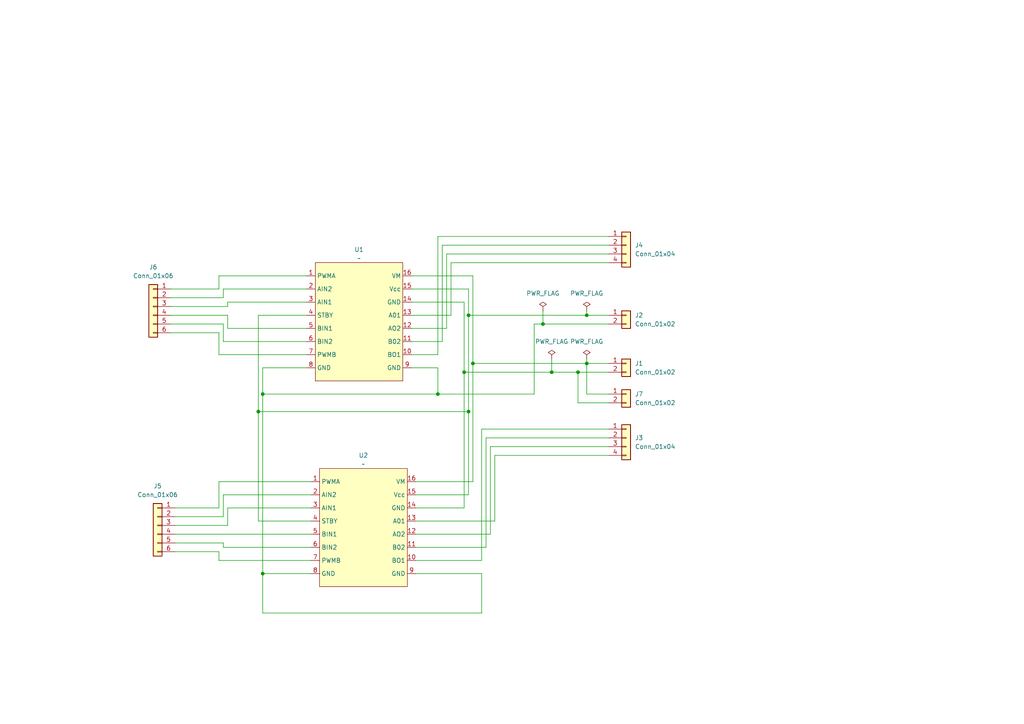
<source format=kicad_sch>
(kicad_sch
	(version 20231120)
	(generator "eeschema")
	(generator_version "8.0")
	(uuid "9092c0f2-2cfc-4d3d-be7c-b05b652bb938")
	(paper "A4")
	(lib_symbols
		(symbol "Connector_Generic:Conn_01x02"
			(pin_names
				(offset 1.016) hide)
			(exclude_from_sim no)
			(in_bom yes)
			(on_board yes)
			(property "Reference" "J"
				(at 0 2.54 0)
				(effects
					(font
						(size 1.27 1.27)
					)
				)
			)
			(property "Value" "Conn_01x02"
				(at 0 -5.08 0)
				(effects
					(font
						(size 1.27 1.27)
					)
				)
			)
			(property "Footprint" ""
				(at 0 0 0)
				(effects
					(font
						(size 1.27 1.27)
					)
					(hide yes)
				)
			)
			(property "Datasheet" "~"
				(at 0 0 0)
				(effects
					(font
						(size 1.27 1.27)
					)
					(hide yes)
				)
			)
			(property "Description" "Generic connector, single row, 01x02, script generated (kicad-library-utils/schlib/autogen/connector/)"
				(at 0 0 0)
				(effects
					(font
						(size 1.27 1.27)
					)
					(hide yes)
				)
			)
			(property "ki_keywords" "connector"
				(at 0 0 0)
				(effects
					(font
						(size 1.27 1.27)
					)
					(hide yes)
				)
			)
			(property "ki_fp_filters" "Connector*:*_1x??_*"
				(at 0 0 0)
				(effects
					(font
						(size 1.27 1.27)
					)
					(hide yes)
				)
			)
			(symbol "Conn_01x02_1_1"
				(rectangle
					(start -1.27 -2.413)
					(end 0 -2.667)
					(stroke
						(width 0.1524)
						(type default)
					)
					(fill
						(type none)
					)
				)
				(rectangle
					(start -1.27 0.127)
					(end 0 -0.127)
					(stroke
						(width 0.1524)
						(type default)
					)
					(fill
						(type none)
					)
				)
				(rectangle
					(start -1.27 1.27)
					(end 1.27 -3.81)
					(stroke
						(width 0.254)
						(type default)
					)
					(fill
						(type background)
					)
				)
				(pin passive line
					(at -5.08 0 0)
					(length 3.81)
					(name "Pin_1"
						(effects
							(font
								(size 1.27 1.27)
							)
						)
					)
					(number "1"
						(effects
							(font
								(size 1.27 1.27)
							)
						)
					)
				)
				(pin passive line
					(at -5.08 -2.54 0)
					(length 3.81)
					(name "Pin_2"
						(effects
							(font
								(size 1.27 1.27)
							)
						)
					)
					(number "2"
						(effects
							(font
								(size 1.27 1.27)
							)
						)
					)
				)
			)
		)
		(symbol "Connector_Generic:Conn_01x04"
			(pin_names
				(offset 1.016) hide)
			(exclude_from_sim no)
			(in_bom yes)
			(on_board yes)
			(property "Reference" "J"
				(at 0 5.08 0)
				(effects
					(font
						(size 1.27 1.27)
					)
				)
			)
			(property "Value" "Conn_01x04"
				(at 0 -7.62 0)
				(effects
					(font
						(size 1.27 1.27)
					)
				)
			)
			(property "Footprint" ""
				(at 0 0 0)
				(effects
					(font
						(size 1.27 1.27)
					)
					(hide yes)
				)
			)
			(property "Datasheet" "~"
				(at 0 0 0)
				(effects
					(font
						(size 1.27 1.27)
					)
					(hide yes)
				)
			)
			(property "Description" "Generic connector, single row, 01x04, script generated (kicad-library-utils/schlib/autogen/connector/)"
				(at 0 0 0)
				(effects
					(font
						(size 1.27 1.27)
					)
					(hide yes)
				)
			)
			(property "ki_keywords" "connector"
				(at 0 0 0)
				(effects
					(font
						(size 1.27 1.27)
					)
					(hide yes)
				)
			)
			(property "ki_fp_filters" "Connector*:*_1x??_*"
				(at 0 0 0)
				(effects
					(font
						(size 1.27 1.27)
					)
					(hide yes)
				)
			)
			(symbol "Conn_01x04_1_1"
				(rectangle
					(start -1.27 -4.953)
					(end 0 -5.207)
					(stroke
						(width 0.1524)
						(type default)
					)
					(fill
						(type none)
					)
				)
				(rectangle
					(start -1.27 -2.413)
					(end 0 -2.667)
					(stroke
						(width 0.1524)
						(type default)
					)
					(fill
						(type none)
					)
				)
				(rectangle
					(start -1.27 0.127)
					(end 0 -0.127)
					(stroke
						(width 0.1524)
						(type default)
					)
					(fill
						(type none)
					)
				)
				(rectangle
					(start -1.27 2.667)
					(end 0 2.413)
					(stroke
						(width 0.1524)
						(type default)
					)
					(fill
						(type none)
					)
				)
				(rectangle
					(start -1.27 3.81)
					(end 1.27 -6.35)
					(stroke
						(width 0.254)
						(type default)
					)
					(fill
						(type background)
					)
				)
				(pin passive line
					(at -5.08 2.54 0)
					(length 3.81)
					(name "Pin_1"
						(effects
							(font
								(size 1.27 1.27)
							)
						)
					)
					(number "1"
						(effects
							(font
								(size 1.27 1.27)
							)
						)
					)
				)
				(pin passive line
					(at -5.08 0 0)
					(length 3.81)
					(name "Pin_2"
						(effects
							(font
								(size 1.27 1.27)
							)
						)
					)
					(number "2"
						(effects
							(font
								(size 1.27 1.27)
							)
						)
					)
				)
				(pin passive line
					(at -5.08 -2.54 0)
					(length 3.81)
					(name "Pin_3"
						(effects
							(font
								(size 1.27 1.27)
							)
						)
					)
					(number "3"
						(effects
							(font
								(size 1.27 1.27)
							)
						)
					)
				)
				(pin passive line
					(at -5.08 -5.08 0)
					(length 3.81)
					(name "Pin_4"
						(effects
							(font
								(size 1.27 1.27)
							)
						)
					)
					(number "4"
						(effects
							(font
								(size 1.27 1.27)
							)
						)
					)
				)
			)
		)
		(symbol "Connector_Generic:Conn_01x06"
			(pin_names
				(offset 1.016) hide)
			(exclude_from_sim no)
			(in_bom yes)
			(on_board yes)
			(property "Reference" "J"
				(at 0 7.62 0)
				(effects
					(font
						(size 1.27 1.27)
					)
				)
			)
			(property "Value" "Conn_01x06"
				(at 0 -10.16 0)
				(effects
					(font
						(size 1.27 1.27)
					)
				)
			)
			(property "Footprint" ""
				(at 0 0 0)
				(effects
					(font
						(size 1.27 1.27)
					)
					(hide yes)
				)
			)
			(property "Datasheet" "~"
				(at 0 0 0)
				(effects
					(font
						(size 1.27 1.27)
					)
					(hide yes)
				)
			)
			(property "Description" "Generic connector, single row, 01x06, script generated (kicad-library-utils/schlib/autogen/connector/)"
				(at 0 0 0)
				(effects
					(font
						(size 1.27 1.27)
					)
					(hide yes)
				)
			)
			(property "ki_keywords" "connector"
				(at 0 0 0)
				(effects
					(font
						(size 1.27 1.27)
					)
					(hide yes)
				)
			)
			(property "ki_fp_filters" "Connector*:*_1x??_*"
				(at 0 0 0)
				(effects
					(font
						(size 1.27 1.27)
					)
					(hide yes)
				)
			)
			(symbol "Conn_01x06_1_1"
				(rectangle
					(start -1.27 -7.493)
					(end 0 -7.747)
					(stroke
						(width 0.1524)
						(type default)
					)
					(fill
						(type none)
					)
				)
				(rectangle
					(start -1.27 -4.953)
					(end 0 -5.207)
					(stroke
						(width 0.1524)
						(type default)
					)
					(fill
						(type none)
					)
				)
				(rectangle
					(start -1.27 -2.413)
					(end 0 -2.667)
					(stroke
						(width 0.1524)
						(type default)
					)
					(fill
						(type none)
					)
				)
				(rectangle
					(start -1.27 0.127)
					(end 0 -0.127)
					(stroke
						(width 0.1524)
						(type default)
					)
					(fill
						(type none)
					)
				)
				(rectangle
					(start -1.27 2.667)
					(end 0 2.413)
					(stroke
						(width 0.1524)
						(type default)
					)
					(fill
						(type none)
					)
				)
				(rectangle
					(start -1.27 5.207)
					(end 0 4.953)
					(stroke
						(width 0.1524)
						(type default)
					)
					(fill
						(type none)
					)
				)
				(rectangle
					(start -1.27 6.35)
					(end 1.27 -8.89)
					(stroke
						(width 0.254)
						(type default)
					)
					(fill
						(type background)
					)
				)
				(pin passive line
					(at -5.08 5.08 0)
					(length 3.81)
					(name "Pin_1"
						(effects
							(font
								(size 1.27 1.27)
							)
						)
					)
					(number "1"
						(effects
							(font
								(size 1.27 1.27)
							)
						)
					)
				)
				(pin passive line
					(at -5.08 2.54 0)
					(length 3.81)
					(name "Pin_2"
						(effects
							(font
								(size 1.27 1.27)
							)
						)
					)
					(number "2"
						(effects
							(font
								(size 1.27 1.27)
							)
						)
					)
				)
				(pin passive line
					(at -5.08 0 0)
					(length 3.81)
					(name "Pin_3"
						(effects
							(font
								(size 1.27 1.27)
							)
						)
					)
					(number "3"
						(effects
							(font
								(size 1.27 1.27)
							)
						)
					)
				)
				(pin passive line
					(at -5.08 -2.54 0)
					(length 3.81)
					(name "Pin_4"
						(effects
							(font
								(size 1.27 1.27)
							)
						)
					)
					(number "4"
						(effects
							(font
								(size 1.27 1.27)
							)
						)
					)
				)
				(pin passive line
					(at -5.08 -5.08 0)
					(length 3.81)
					(name "Pin_5"
						(effects
							(font
								(size 1.27 1.27)
							)
						)
					)
					(number "5"
						(effects
							(font
								(size 1.27 1.27)
							)
						)
					)
				)
				(pin passive line
					(at -5.08 -7.62 0)
					(length 3.81)
					(name "Pin_6"
						(effects
							(font
								(size 1.27 1.27)
							)
						)
					)
					(number "6"
						(effects
							(font
								(size 1.27 1.27)
							)
						)
					)
				)
			)
		)
		(symbol "motor driver:TB6612FNG_BD"
			(exclude_from_sim no)
			(in_bom yes)
			(on_board yes)
			(property "Reference" "U?"
				(at 12.7 1.27 0)
				(effects
					(font
						(size 1.27 1.27)
					)
				)
			)
			(property "Value" ""
				(at 0 0 0)
				(effects
					(font
						(size 1.27 1.27)
					)
				)
			)
			(property "Footprint" ""
				(at 0 0 0)
				(effects
					(font
						(size 1.27 1.27)
					)
					(hide yes)
				)
			)
			(property "Datasheet" ""
				(at 0 0 0)
				(effects
					(font
						(size 1.27 1.27)
					)
					(hide yes)
				)
			)
			(property "Description" ""
				(at 0 0 0)
				(effects
					(font
						(size 1.27 1.27)
					)
					(hide yes)
				)
			)
			(symbol "TB6612FNG_BD_1_1"
				(rectangle
					(start 0 0)
					(end 25.4 -34.29)
					(stroke
						(width 0)
						(type default)
					)
					(fill
						(type background)
					)
				)
				(pin input line
					(at -2.54 -3.81 0)
					(length 2.54)
					(name "PWMA"
						(effects
							(font
								(size 1.27 1.27)
							)
						)
					)
					(number "1"
						(effects
							(font
								(size 1.27 1.27)
							)
						)
					)
				)
				(pin output line
					(at 27.94 -26.67 180)
					(length 2.54)
					(name "BO1"
						(effects
							(font
								(size 1.27 1.27)
							)
						)
					)
					(number "10"
						(effects
							(font
								(size 1.27 1.27)
							)
						)
					)
				)
				(pin output line
					(at 27.94 -22.86 180)
					(length 2.54)
					(name "B02"
						(effects
							(font
								(size 1.27 1.27)
							)
						)
					)
					(number "11"
						(effects
							(font
								(size 1.27 1.27)
							)
						)
					)
				)
				(pin output line
					(at 27.94 -19.05 180)
					(length 2.54)
					(name "AO2"
						(effects
							(font
								(size 1.27 1.27)
							)
						)
					)
					(number "12"
						(effects
							(font
								(size 1.27 1.27)
							)
						)
					)
				)
				(pin output line
					(at 27.94 -15.24 180)
					(length 2.54)
					(name "A01"
						(effects
							(font
								(size 1.27 1.27)
							)
						)
					)
					(number "13"
						(effects
							(font
								(size 1.27 1.27)
							)
						)
					)
				)
				(pin power_in line
					(at 27.94 -11.43 180)
					(length 2.54)
					(name "GND"
						(effects
							(font
								(size 1.27 1.27)
							)
						)
					)
					(number "14"
						(effects
							(font
								(size 1.27 1.27)
							)
						)
					)
				)
				(pin power_in line
					(at 27.94 -7.62 180)
					(length 2.54)
					(name "Vcc"
						(effects
							(font
								(size 1.27 1.27)
							)
						)
					)
					(number "15"
						(effects
							(font
								(size 1.27 1.27)
							)
						)
					)
				)
				(pin power_in line
					(at 27.94 -3.81 180)
					(length 2.54)
					(name "VM"
						(effects
							(font
								(size 1.27 1.27)
							)
						)
					)
					(number "16"
						(effects
							(font
								(size 1.27 1.27)
							)
						)
					)
				)
				(pin input line
					(at -2.54 -7.62 0)
					(length 2.54)
					(name "AIN2"
						(effects
							(font
								(size 1.27 1.27)
							)
						)
					)
					(number "2"
						(effects
							(font
								(size 1.27 1.27)
							)
						)
					)
				)
				(pin input line
					(at -2.54 -11.43 0)
					(length 2.54)
					(name "AIN1"
						(effects
							(font
								(size 1.27 1.27)
							)
						)
					)
					(number "3"
						(effects
							(font
								(size 1.27 1.27)
							)
						)
					)
				)
				(pin input line
					(at -2.54 -15.24 0)
					(length 2.54)
					(name "STBY"
						(effects
							(font
								(size 1.27 1.27)
							)
						)
					)
					(number "4"
						(effects
							(font
								(size 1.27 1.27)
							)
						)
					)
				)
				(pin input line
					(at -2.54 -19.05 0)
					(length 2.54)
					(name "BIN1"
						(effects
							(font
								(size 1.27 1.27)
							)
						)
					)
					(number "5"
						(effects
							(font
								(size 1.27 1.27)
							)
						)
					)
				)
				(pin input line
					(at -2.54 -22.86 0)
					(length 2.54)
					(name "BIN2"
						(effects
							(font
								(size 1.27 1.27)
							)
						)
					)
					(number "6"
						(effects
							(font
								(size 1.27 1.27)
							)
						)
					)
				)
				(pin input line
					(at -2.54 -26.67 0)
					(length 2.54)
					(name "PWMB"
						(effects
							(font
								(size 1.27 1.27)
							)
						)
					)
					(number "7"
						(effects
							(font
								(size 1.27 1.27)
							)
						)
					)
				)
				(pin power_in line
					(at -2.54 -30.48 0)
					(length 2.54)
					(name "GND"
						(effects
							(font
								(size 1.27 1.27)
							)
						)
					)
					(number "8"
						(effects
							(font
								(size 1.27 1.27)
							)
						)
					)
				)
				(pin power_in line
					(at 27.94 -30.48 180)
					(length 2.54)
					(name "GND"
						(effects
							(font
								(size 1.27 1.27)
							)
						)
					)
					(number "9"
						(effects
							(font
								(size 1.27 1.27)
							)
						)
					)
				)
			)
		)
		(symbol "power:PWR_FLAG"
			(power)
			(pin_numbers hide)
			(pin_names
				(offset 0) hide)
			(exclude_from_sim no)
			(in_bom yes)
			(on_board yes)
			(property "Reference" "#FLG"
				(at 0 1.905 0)
				(effects
					(font
						(size 1.27 1.27)
					)
					(hide yes)
				)
			)
			(property "Value" "PWR_FLAG"
				(at 0 3.81 0)
				(effects
					(font
						(size 1.27 1.27)
					)
				)
			)
			(property "Footprint" ""
				(at 0 0 0)
				(effects
					(font
						(size 1.27 1.27)
					)
					(hide yes)
				)
			)
			(property "Datasheet" "~"
				(at 0 0 0)
				(effects
					(font
						(size 1.27 1.27)
					)
					(hide yes)
				)
			)
			(property "Description" "Special symbol for telling ERC where power comes from"
				(at 0 0 0)
				(effects
					(font
						(size 1.27 1.27)
					)
					(hide yes)
				)
			)
			(property "ki_keywords" "flag power"
				(at 0 0 0)
				(effects
					(font
						(size 1.27 1.27)
					)
					(hide yes)
				)
			)
			(symbol "PWR_FLAG_0_0"
				(pin power_out line
					(at 0 0 90)
					(length 0)
					(name "~"
						(effects
							(font
								(size 1.27 1.27)
							)
						)
					)
					(number "1"
						(effects
							(font
								(size 1.27 1.27)
							)
						)
					)
				)
			)
			(symbol "PWR_FLAG_0_1"
				(polyline
					(pts
						(xy 0 0) (xy 0 1.27) (xy -1.016 1.905) (xy 0 2.54) (xy 1.016 1.905) (xy 0 1.27)
					)
					(stroke
						(width 0)
						(type default)
					)
					(fill
						(type none)
					)
				)
			)
		)
	)
	(junction
		(at 76.2 114.3)
		(diameter 0)
		(color 0 0 0 0)
		(uuid "05901409-1e55-4fa4-9a6b-d29b2ba313cb")
	)
	(junction
		(at 74.93 119.38)
		(diameter 0)
		(color 0 0 0 0)
		(uuid "0938a322-4257-4fb0-bc70-102ef007216c")
	)
	(junction
		(at 170.18 91.44)
		(diameter 0)
		(color 0 0 0 0)
		(uuid "29752af8-430a-4409-86ca-328d15e5626b")
	)
	(junction
		(at 135.89 91.44)
		(diameter 0)
		(color 0 0 0 0)
		(uuid "77f2363e-d43a-4d0d-9998-d9eab29cff0f")
	)
	(junction
		(at 127 114.3)
		(diameter 0)
		(color 0 0 0 0)
		(uuid "8e24d9d0-8e10-4c6c-a251-7254c39fe5dd")
	)
	(junction
		(at 160.02 107.95)
		(diameter 0)
		(color 0 0 0 0)
		(uuid "adc0caea-4e6b-4a80-8afd-935b899279c8")
	)
	(junction
		(at 134.62 107.95)
		(diameter 0)
		(color 0 0 0 0)
		(uuid "bd9b61b4-532d-4bf5-b5c5-cec6192b43e8")
	)
	(junction
		(at 137.16 105.41)
		(diameter 0)
		(color 0 0 0 0)
		(uuid "d196568d-6072-413e-aa83-30410ee145df")
	)
	(junction
		(at 135.89 119.38)
		(diameter 0)
		(color 0 0 0 0)
		(uuid "d71f9ae2-43f5-4f56-97eb-d495c333a895")
	)
	(junction
		(at 170.18 105.41)
		(diameter 0)
		(color 0 0 0 0)
		(uuid "e0c4f437-32df-4f6e-a0fa-e1c274054bce")
	)
	(junction
		(at 76.2 166.37)
		(diameter 0)
		(color 0 0 0 0)
		(uuid "e834896a-47e1-440c-bb35-3ffbdf3a75b5")
	)
	(junction
		(at 157.48 93.98)
		(diameter 0)
		(color 0 0 0 0)
		(uuid "ed51c678-b618-4714-a5e0-24ed73505bef")
	)
	(junction
		(at 167.64 107.95)
		(diameter 0)
		(color 0 0 0 0)
		(uuid "f199b6de-e4f9-4292-8ee8-1c9e0ee22e6b")
	)
	(wire
		(pts
			(xy 63.5 80.01) (xy 63.5 83.82)
		)
		(stroke
			(width 0)
			(type default)
		)
		(uuid "00113bd2-f269-4c0d-bdcf-779104320a1f")
	)
	(wire
		(pts
			(xy 176.53 114.3) (xy 170.18 114.3)
		)
		(stroke
			(width 0)
			(type default)
		)
		(uuid "0014244a-266c-4666-8199-5f6db4df4d0a")
	)
	(wire
		(pts
			(xy 140.97 127) (xy 140.97 158.75)
		)
		(stroke
			(width 0)
			(type default)
		)
		(uuid "02aa3b77-f4b0-4538-acab-b8bf97656104")
	)
	(wire
		(pts
			(xy 119.38 95.25) (xy 129.54 95.25)
		)
		(stroke
			(width 0)
			(type default)
		)
		(uuid "0438cd0f-7d86-4503-9ebb-e909f6024dad")
	)
	(wire
		(pts
			(xy 88.9 102.87) (xy 63.5 102.87)
		)
		(stroke
			(width 0)
			(type default)
		)
		(uuid "06910844-fab7-4c27-8678-15c7202ad4cb")
	)
	(wire
		(pts
			(xy 142.24 154.94) (xy 142.24 129.54)
		)
		(stroke
			(width 0)
			(type default)
		)
		(uuid "0d22b38e-c311-46d4-b38d-327b9f815fdd")
	)
	(wire
		(pts
			(xy 135.89 91.44) (xy 170.18 91.44)
		)
		(stroke
			(width 0)
			(type default)
		)
		(uuid "0e21a89d-8e48-4889-ad5c-2cb14ec566f5")
	)
	(wire
		(pts
			(xy 142.24 129.54) (xy 176.53 129.54)
		)
		(stroke
			(width 0)
			(type default)
		)
		(uuid "0e32517b-0550-4097-b9a9-5ec3a720d1aa")
	)
	(wire
		(pts
			(xy 134.62 107.95) (xy 160.02 107.95)
		)
		(stroke
			(width 0)
			(type default)
		)
		(uuid "0eae4cd5-0ad0-4234-b6af-d8e84d492aac")
	)
	(wire
		(pts
			(xy 127 102.87) (xy 119.38 102.87)
		)
		(stroke
			(width 0)
			(type default)
		)
		(uuid "11b1b96f-bc52-49c8-be75-ded4a5ce5f90")
	)
	(wire
		(pts
			(xy 64.77 149.86) (xy 50.8 149.86)
		)
		(stroke
			(width 0)
			(type default)
		)
		(uuid "14905f8a-2fb8-496d-9da0-109c4c8b6a36")
	)
	(wire
		(pts
			(xy 139.7 124.46) (xy 139.7 162.56)
		)
		(stroke
			(width 0)
			(type default)
		)
		(uuid "15267f91-10ae-411e-9f6b-900f29819028")
	)
	(wire
		(pts
			(xy 157.48 93.98) (xy 154.94 93.98)
		)
		(stroke
			(width 0)
			(type default)
		)
		(uuid "1565779e-9876-4777-90d5-1acff5f66550")
	)
	(wire
		(pts
			(xy 170.18 91.44) (xy 176.53 91.44)
		)
		(stroke
			(width 0)
			(type default)
		)
		(uuid "205bd97d-8328-4afe-a85f-eee8043ddf7d")
	)
	(wire
		(pts
			(xy 170.18 90.17) (xy 170.18 91.44)
		)
		(stroke
			(width 0)
			(type default)
		)
		(uuid "2aa29f92-cd53-4160-adcf-ecb19a03b4aa")
	)
	(wire
		(pts
			(xy 137.16 105.41) (xy 137.16 139.7)
		)
		(stroke
			(width 0)
			(type default)
		)
		(uuid "31262d32-8606-47a4-9514-0cdb5aa0f431")
	)
	(wire
		(pts
			(xy 127 68.58) (xy 176.53 68.58)
		)
		(stroke
			(width 0)
			(type default)
		)
		(uuid "327ecef7-0b5f-4128-b17a-63e6a8a2faa7")
	)
	(wire
		(pts
			(xy 120.65 151.13) (xy 143.51 151.13)
		)
		(stroke
			(width 0)
			(type default)
		)
		(uuid "36479160-feb8-43a4-aa24-7868a11034ff")
	)
	(wire
		(pts
			(xy 160.02 104.14) (xy 160.02 107.95)
		)
		(stroke
			(width 0)
			(type default)
		)
		(uuid "36a24ca2-2922-4378-b07c-7f1a085b353f")
	)
	(wire
		(pts
			(xy 134.62 87.63) (xy 134.62 107.95)
		)
		(stroke
			(width 0)
			(type default)
		)
		(uuid "3a97e848-c1a0-4e4c-a6c6-2d96434f4349")
	)
	(wire
		(pts
			(xy 76.2 166.37) (xy 90.17 166.37)
		)
		(stroke
			(width 0)
			(type default)
		)
		(uuid "3be6e9a4-a3e9-4881-a3f2-7dba62696ee0")
	)
	(wire
		(pts
			(xy 137.16 105.41) (xy 170.18 105.41)
		)
		(stroke
			(width 0)
			(type default)
		)
		(uuid "453c363d-b206-4d8b-842d-1303f4e77b3b")
	)
	(wire
		(pts
			(xy 66.04 147.32) (xy 66.04 152.4)
		)
		(stroke
			(width 0)
			(type default)
		)
		(uuid "489aac02-a676-496a-a5df-f91664d2e173")
	)
	(wire
		(pts
			(xy 63.5 139.7) (xy 63.5 147.32)
		)
		(stroke
			(width 0)
			(type default)
		)
		(uuid "4a7e8079-e408-4462-b56f-daf0d0e1263a")
	)
	(wire
		(pts
			(xy 66.04 95.25) (xy 66.04 91.44)
		)
		(stroke
			(width 0)
			(type default)
		)
		(uuid "4dd31de8-4243-4111-8ae0-944ad96183ec")
	)
	(wire
		(pts
			(xy 63.5 162.56) (xy 63.5 160.02)
		)
		(stroke
			(width 0)
			(type default)
		)
		(uuid "4e0caea0-c30c-4c98-ad29-53c1deb8074a")
	)
	(wire
		(pts
			(xy 66.04 87.63) (xy 66.04 88.9)
		)
		(stroke
			(width 0)
			(type default)
		)
		(uuid "4f9b31c1-4465-47b1-a65a-ee6b84dd921b")
	)
	(wire
		(pts
			(xy 154.94 114.3) (xy 127 114.3)
		)
		(stroke
			(width 0)
			(type default)
		)
		(uuid "5112e3d8-4487-4578-991e-53f6b00b4e73")
	)
	(wire
		(pts
			(xy 176.53 116.84) (xy 167.64 116.84)
		)
		(stroke
			(width 0)
			(type default)
		)
		(uuid "5208d2c1-d114-4679-afd3-c43e9501a896")
	)
	(wire
		(pts
			(xy 88.9 99.06) (xy 64.77 99.06)
		)
		(stroke
			(width 0)
			(type default)
		)
		(uuid "53563e0d-48fa-475c-b330-951139eb2ef6")
	)
	(wire
		(pts
			(xy 88.9 91.44) (xy 74.93 91.44)
		)
		(stroke
			(width 0)
			(type default)
		)
		(uuid "53564727-3393-44ae-85d7-e8e4572f67f3")
	)
	(wire
		(pts
			(xy 143.51 132.08) (xy 176.53 132.08)
		)
		(stroke
			(width 0)
			(type default)
		)
		(uuid "53594580-8d72-4078-8291-0789f57b0c5c")
	)
	(wire
		(pts
			(xy 90.17 147.32) (xy 66.04 147.32)
		)
		(stroke
			(width 0)
			(type default)
		)
		(uuid "536647b2-9c18-4760-b928-77295b9c4dbc")
	)
	(wire
		(pts
			(xy 127 106.68) (xy 119.38 106.68)
		)
		(stroke
			(width 0)
			(type default)
		)
		(uuid "547fbdcb-afa5-47d9-9b11-11a142b3cc83")
	)
	(wire
		(pts
			(xy 63.5 102.87) (xy 63.5 96.52)
		)
		(stroke
			(width 0)
			(type default)
		)
		(uuid "57bad928-abe8-47ba-8f55-26e88e84dd0c")
	)
	(wire
		(pts
			(xy 64.77 86.36) (xy 49.53 86.36)
		)
		(stroke
			(width 0)
			(type default)
		)
		(uuid "57ff28f2-ec23-4ce5-88c6-dd0bdf18390e")
	)
	(wire
		(pts
			(xy 170.18 105.41) (xy 176.53 105.41)
		)
		(stroke
			(width 0)
			(type default)
		)
		(uuid "595a7dc0-8c13-4b84-a833-9ba801754686")
	)
	(wire
		(pts
			(xy 140.97 127) (xy 176.53 127)
		)
		(stroke
			(width 0)
			(type default)
		)
		(uuid "598d4f0d-225b-4fc6-aa15-e9c0fc9bee99")
	)
	(wire
		(pts
			(xy 74.93 91.44) (xy 74.93 119.38)
		)
		(stroke
			(width 0)
			(type default)
		)
		(uuid "5ec1f432-2d95-4f37-8bc4-c8099736a079")
	)
	(wire
		(pts
			(xy 64.77 83.82) (xy 64.77 86.36)
		)
		(stroke
			(width 0)
			(type default)
		)
		(uuid "624e0cd4-6b9f-4728-85cf-9390c36525ef")
	)
	(wire
		(pts
			(xy 76.2 106.68) (xy 76.2 114.3)
		)
		(stroke
			(width 0)
			(type default)
		)
		(uuid "625d2331-599a-440e-a407-b043d9d67836")
	)
	(wire
		(pts
			(xy 128.27 71.12) (xy 128.27 99.06)
		)
		(stroke
			(width 0)
			(type default)
		)
		(uuid "62c55f25-36e6-47bb-bfe4-513e760d193b")
	)
	(wire
		(pts
			(xy 74.93 119.38) (xy 135.89 119.38)
		)
		(stroke
			(width 0)
			(type default)
		)
		(uuid "68e470ab-5b7e-4fc3-8859-5ce87429250c")
	)
	(wire
		(pts
			(xy 90.17 139.7) (xy 63.5 139.7)
		)
		(stroke
			(width 0)
			(type default)
		)
		(uuid "69cb6363-bf6e-4744-b4b7-2af98eb3950b")
	)
	(wire
		(pts
			(xy 88.9 80.01) (xy 63.5 80.01)
		)
		(stroke
			(width 0)
			(type default)
		)
		(uuid "6d838328-5c95-4481-928b-3d0ab98e5ad5")
	)
	(wire
		(pts
			(xy 119.38 87.63) (xy 134.62 87.63)
		)
		(stroke
			(width 0)
			(type default)
		)
		(uuid "71f0784c-bac1-43f3-ad3a-6364e2713095")
	)
	(wire
		(pts
			(xy 63.5 160.02) (xy 50.8 160.02)
		)
		(stroke
			(width 0)
			(type default)
		)
		(uuid "72e7aebf-e9a2-4804-b34e-535238c860ab")
	)
	(wire
		(pts
			(xy 128.27 71.12) (xy 176.53 71.12)
		)
		(stroke
			(width 0)
			(type default)
		)
		(uuid "73d7bbe2-c9df-4053-8855-654265b918df")
	)
	(wire
		(pts
			(xy 63.5 96.52) (xy 49.53 96.52)
		)
		(stroke
			(width 0)
			(type default)
		)
		(uuid "756c4c06-7d99-429c-897a-a43063acf5db")
	)
	(wire
		(pts
			(xy 135.89 91.44) (xy 135.89 119.38)
		)
		(stroke
			(width 0)
			(type default)
		)
		(uuid "7bc6b794-4a7d-40fe-9a0e-2da49456ebd2")
	)
	(wire
		(pts
			(xy 137.16 139.7) (xy 120.65 139.7)
		)
		(stroke
			(width 0)
			(type default)
		)
		(uuid "7bf6508f-74cb-46d0-897e-d7f9c0f55903")
	)
	(wire
		(pts
			(xy 76.2 166.37) (xy 76.2 177.8)
		)
		(stroke
			(width 0)
			(type default)
		)
		(uuid "80e3693d-ab83-4745-afdf-bec162d59880")
	)
	(wire
		(pts
			(xy 76.2 114.3) (xy 127 114.3)
		)
		(stroke
			(width 0)
			(type default)
		)
		(uuid "829ff182-0df0-4685-893b-f2da53ac08eb")
	)
	(wire
		(pts
			(xy 157.48 90.17) (xy 157.48 93.98)
		)
		(stroke
			(width 0)
			(type default)
		)
		(uuid "82daf927-1abd-4d81-815a-1316af41e13c")
	)
	(wire
		(pts
			(xy 129.54 95.25) (xy 129.54 73.66)
		)
		(stroke
			(width 0)
			(type default)
		)
		(uuid "85abc4d4-89e2-4d76-bd1b-27064686a831")
	)
	(wire
		(pts
			(xy 127 114.3) (xy 127 106.68)
		)
		(stroke
			(width 0)
			(type default)
		)
		(uuid "85fbaaab-7633-4726-81ee-90c9824f8be6")
	)
	(wire
		(pts
			(xy 128.27 99.06) (xy 119.38 99.06)
		)
		(stroke
			(width 0)
			(type default)
		)
		(uuid "88cfbd7f-1ca7-4096-856b-910cef08f524")
	)
	(wire
		(pts
			(xy 88.9 87.63) (xy 66.04 87.63)
		)
		(stroke
			(width 0)
			(type default)
		)
		(uuid "8a79d242-f189-40b6-a45b-6b3b873e7338")
	)
	(wire
		(pts
			(xy 88.9 83.82) (xy 64.77 83.82)
		)
		(stroke
			(width 0)
			(type default)
		)
		(uuid "8acf04d3-59ad-4323-ae9f-f66960da28ee")
	)
	(wire
		(pts
			(xy 49.53 91.44) (xy 66.04 91.44)
		)
		(stroke
			(width 0)
			(type default)
		)
		(uuid "8cafbf82-2df9-4cb2-933e-b7f408fc58c9")
	)
	(wire
		(pts
			(xy 135.89 119.38) (xy 135.89 143.51)
		)
		(stroke
			(width 0)
			(type default)
		)
		(uuid "8f500fab-b406-4dd1-8f49-ff72973ccbb2")
	)
	(wire
		(pts
			(xy 90.17 143.51) (xy 64.77 143.51)
		)
		(stroke
			(width 0)
			(type default)
		)
		(uuid "8fc5530f-b884-4f1c-b21b-a071193c7e28")
	)
	(wire
		(pts
			(xy 134.62 107.95) (xy 134.62 147.32)
		)
		(stroke
			(width 0)
			(type default)
		)
		(uuid "903e7961-0a30-4fb0-bd19-26ef29d400a5")
	)
	(wire
		(pts
			(xy 88.9 95.25) (xy 66.04 95.25)
		)
		(stroke
			(width 0)
			(type default)
		)
		(uuid "906d7629-c8ca-4166-91f2-6677d523f156")
	)
	(wire
		(pts
			(xy 66.04 152.4) (xy 50.8 152.4)
		)
		(stroke
			(width 0)
			(type default)
		)
		(uuid "92150951-9a32-4bf0-8bb2-121bdb284d88")
	)
	(wire
		(pts
			(xy 64.77 157.48) (xy 50.8 157.48)
		)
		(stroke
			(width 0)
			(type default)
		)
		(uuid "93ea6b68-4ee3-4a51-9202-dd92f78899f7")
	)
	(wire
		(pts
			(xy 74.93 151.13) (xy 90.17 151.13)
		)
		(stroke
			(width 0)
			(type default)
		)
		(uuid "9556c44b-ff2d-419f-a13e-95d39f401060")
	)
	(wire
		(pts
			(xy 130.81 91.44) (xy 130.81 76.2)
		)
		(stroke
			(width 0)
			(type default)
		)
		(uuid "9aba47fe-14d0-47bb-a753-27da329fe921")
	)
	(wire
		(pts
			(xy 137.16 80.01) (xy 137.16 105.41)
		)
		(stroke
			(width 0)
			(type default)
		)
		(uuid "9b22d9dc-ec05-4f56-9447-ccf6bfa6f1ae")
	)
	(wire
		(pts
			(xy 127 68.58) (xy 127 102.87)
		)
		(stroke
			(width 0)
			(type default)
		)
		(uuid "9c036510-16f7-4257-95cd-acc7d83db166")
	)
	(wire
		(pts
			(xy 64.77 143.51) (xy 64.77 149.86)
		)
		(stroke
			(width 0)
			(type default)
		)
		(uuid "9ef60fa2-d0ba-46c6-9e83-29a1dd3b15b2")
	)
	(wire
		(pts
			(xy 119.38 80.01) (xy 137.16 80.01)
		)
		(stroke
			(width 0)
			(type default)
		)
		(uuid "a0d4b67e-1e55-4e59-b6ba-6455be70df95")
	)
	(wire
		(pts
			(xy 90.17 162.56) (xy 63.5 162.56)
		)
		(stroke
			(width 0)
			(type default)
		)
		(uuid "a19fcaa1-ec44-4a4b-bce9-9a0776770ad8")
	)
	(wire
		(pts
			(xy 130.81 76.2) (xy 176.53 76.2)
		)
		(stroke
			(width 0)
			(type default)
		)
		(uuid "a8084283-8669-4469-86de-3d2caacc5b05")
	)
	(wire
		(pts
			(xy 120.65 154.94) (xy 142.24 154.94)
		)
		(stroke
			(width 0)
			(type default)
		)
		(uuid "a9c52dde-da86-4233-9d67-37ed9998311f")
	)
	(wire
		(pts
			(xy 88.9 106.68) (xy 76.2 106.68)
		)
		(stroke
			(width 0)
			(type default)
		)
		(uuid "b27dd6ca-7a2c-42ec-b774-d17830c1706d")
	)
	(wire
		(pts
			(xy 66.04 88.9) (xy 49.53 88.9)
		)
		(stroke
			(width 0)
			(type default)
		)
		(uuid "b6ded30b-ea71-477b-a1d7-990354ead900")
	)
	(wire
		(pts
			(xy 134.62 147.32) (xy 120.65 147.32)
		)
		(stroke
			(width 0)
			(type default)
		)
		(uuid "b7335c81-c0f7-4c20-be13-2f2102e92f58")
	)
	(wire
		(pts
			(xy 139.7 177.8) (xy 139.7 166.37)
		)
		(stroke
			(width 0)
			(type default)
		)
		(uuid "b7ad315f-64fc-4413-a09e-5d25f02b881e")
	)
	(wire
		(pts
			(xy 119.38 83.82) (xy 135.89 83.82)
		)
		(stroke
			(width 0)
			(type default)
		)
		(uuid "b7f03309-2862-450b-8d98-e1b4c744ca70")
	)
	(wire
		(pts
			(xy 74.93 119.38) (xy 74.93 151.13)
		)
		(stroke
			(width 0)
			(type default)
		)
		(uuid "ba2df780-09ef-4af3-8f23-27ced3ed36ce")
	)
	(wire
		(pts
			(xy 64.77 158.75) (xy 64.77 157.48)
		)
		(stroke
			(width 0)
			(type default)
		)
		(uuid "be65329e-68e9-4172-a392-665e29bbf001")
	)
	(wire
		(pts
			(xy 140.97 158.75) (xy 120.65 158.75)
		)
		(stroke
			(width 0)
			(type default)
		)
		(uuid "c2f6b68e-8d0a-426a-b383-a85af7c2b886")
	)
	(wire
		(pts
			(xy 160.02 107.95) (xy 167.64 107.95)
		)
		(stroke
			(width 0)
			(type default)
		)
		(uuid "c4e3d199-743c-4653-aa02-e5c58abe2205")
	)
	(wire
		(pts
			(xy 154.94 93.98) (xy 154.94 114.3)
		)
		(stroke
			(width 0)
			(type default)
		)
		(uuid "c945b004-23d2-452b-ac40-b5bd3dc22395")
	)
	(wire
		(pts
			(xy 170.18 104.14) (xy 170.18 105.41)
		)
		(stroke
			(width 0)
			(type default)
		)
		(uuid "ca1cca7c-d543-4f09-8b18-74cc66c33a84")
	)
	(wire
		(pts
			(xy 176.53 93.98) (xy 157.48 93.98)
		)
		(stroke
			(width 0)
			(type default)
		)
		(uuid "cdd67fb9-4892-421d-a284-a4c396bc89e6")
	)
	(wire
		(pts
			(xy 143.51 151.13) (xy 143.51 132.08)
		)
		(stroke
			(width 0)
			(type default)
		)
		(uuid "ce0a99d7-fc33-4771-83f2-3c421b462408")
	)
	(wire
		(pts
			(xy 139.7 124.46) (xy 176.53 124.46)
		)
		(stroke
			(width 0)
			(type default)
		)
		(uuid "d2847461-9956-42ad-b945-fe81d203c178")
	)
	(wire
		(pts
			(xy 76.2 114.3) (xy 76.2 166.37)
		)
		(stroke
			(width 0)
			(type default)
		)
		(uuid "d2e2785d-408e-4aab-9ee3-a12440a216d8")
	)
	(wire
		(pts
			(xy 170.18 114.3) (xy 170.18 105.41)
		)
		(stroke
			(width 0)
			(type default)
		)
		(uuid "d3f9d674-b901-4786-a1bb-165ba1aa700f")
	)
	(wire
		(pts
			(xy 139.7 162.56) (xy 120.65 162.56)
		)
		(stroke
			(width 0)
			(type default)
		)
		(uuid "d9359c28-8a0e-4b7f-a9fa-a200eed97a5c")
	)
	(wire
		(pts
			(xy 129.54 73.66) (xy 176.53 73.66)
		)
		(stroke
			(width 0)
			(type default)
		)
		(uuid "db0e2d4e-ec52-4d9f-882b-750ec1e39018")
	)
	(wire
		(pts
			(xy 63.5 147.32) (xy 50.8 147.32)
		)
		(stroke
			(width 0)
			(type default)
		)
		(uuid "dfc18931-9f20-4ea5-abb8-bf960490df6c")
	)
	(wire
		(pts
			(xy 90.17 158.75) (xy 64.77 158.75)
		)
		(stroke
			(width 0)
			(type default)
		)
		(uuid "dfd386b2-6da4-4627-acfe-1d9eb60ca0ee")
	)
	(wire
		(pts
			(xy 135.89 143.51) (xy 120.65 143.51)
		)
		(stroke
			(width 0)
			(type default)
		)
		(uuid "e415443c-5290-4497-8362-c0fb14600d1b")
	)
	(wire
		(pts
			(xy 167.64 107.95) (xy 176.53 107.95)
		)
		(stroke
			(width 0)
			(type default)
		)
		(uuid "e817c082-6f97-4aa4-81ee-6be0ac81c01c")
	)
	(wire
		(pts
			(xy 50.8 154.94) (xy 90.17 154.94)
		)
		(stroke
			(width 0)
			(type default)
		)
		(uuid "e8e79bce-ce66-4562-93c1-87d2426d252c")
	)
	(wire
		(pts
			(xy 64.77 99.06) (xy 64.77 93.98)
		)
		(stroke
			(width 0)
			(type default)
		)
		(uuid "f1117cb2-e892-4fbd-a3e7-4f8daab8a5f6")
	)
	(wire
		(pts
			(xy 135.89 83.82) (xy 135.89 91.44)
		)
		(stroke
			(width 0)
			(type default)
		)
		(uuid "f1a33c00-a4d3-4e42-95f5-0041832dc342")
	)
	(wire
		(pts
			(xy 63.5 83.82) (xy 49.53 83.82)
		)
		(stroke
			(width 0)
			(type default)
		)
		(uuid "f4d1c532-06ae-47c9-99f6-36c72f8a726e")
	)
	(wire
		(pts
			(xy 139.7 166.37) (xy 120.65 166.37)
		)
		(stroke
			(width 0)
			(type default)
		)
		(uuid "f577c462-6006-4902-9de2-51d1b094e013")
	)
	(wire
		(pts
			(xy 64.77 93.98) (xy 49.53 93.98)
		)
		(stroke
			(width 0)
			(type default)
		)
		(uuid "f7b0e3b1-e0cd-42d5-885f-8e567e95f6fe")
	)
	(wire
		(pts
			(xy 76.2 177.8) (xy 139.7 177.8)
		)
		(stroke
			(width 0)
			(type default)
		)
		(uuid "f8fa4d16-1202-44e8-854f-2ad1b999c093")
	)
	(wire
		(pts
			(xy 119.38 91.44) (xy 130.81 91.44)
		)
		(stroke
			(width 0)
			(type default)
		)
		(uuid "fb3dfc8f-4bc8-4582-8f9b-b33790a352bf")
	)
	(wire
		(pts
			(xy 167.64 116.84) (xy 167.64 107.95)
		)
		(stroke
			(width 0)
			(type default)
		)
		(uuid "fce2c205-f1c0-49f0-ae8a-6724b509629e")
	)
	(symbol
		(lib_id "power:PWR_FLAG")
		(at 160.02 104.14 0)
		(unit 1)
		(exclude_from_sim no)
		(in_bom yes)
		(on_board yes)
		(dnp no)
		(fields_autoplaced yes)
		(uuid "0ab358d5-b17a-41e3-9c73-d94216df417b")
		(property "Reference" "#FLG04"
			(at 160.02 102.235 0)
			(effects
				(font
					(size 1.27 1.27)
				)
				(hide yes)
			)
		)
		(property "Value" "PWR_FLAG"
			(at 160.02 99.06 0)
			(effects
				(font
					(size 1.27 1.27)
				)
			)
		)
		(property "Footprint" ""
			(at 160.02 104.14 0)
			(effects
				(font
					(size 1.27 1.27)
				)
				(hide yes)
			)
		)
		(property "Datasheet" "~"
			(at 160.02 104.14 0)
			(effects
				(font
					(size 1.27 1.27)
				)
				(hide yes)
			)
		)
		(property "Description" "Special symbol for telling ERC where power comes from"
			(at 160.02 104.14 0)
			(effects
				(font
					(size 1.27 1.27)
				)
				(hide yes)
			)
		)
		(pin "1"
			(uuid "35dcf626-378e-4f45-af21-a3d1ab2421b6")
		)
		(instances
			(project ""
				(path "/9092c0f2-2cfc-4d3d-be7c-b05b652bb938"
					(reference "#FLG04")
					(unit 1)
				)
			)
		)
	)
	(symbol
		(lib_id "Connector_Generic:Conn_01x06")
		(at 45.72 152.4 0)
		(mirror y)
		(unit 1)
		(exclude_from_sim no)
		(in_bom yes)
		(on_board yes)
		(dnp no)
		(fields_autoplaced yes)
		(uuid "207294f1-13e0-4265-b918-bda1514d1364")
		(property "Reference" "J5"
			(at 45.72 140.97 0)
			(effects
				(font
					(size 1.27 1.27)
				)
			)
		)
		(property "Value" "Conn_01x06"
			(at 45.72 143.51 0)
			(effects
				(font
					(size 1.27 1.27)
				)
			)
		)
		(property "Footprint" "Connector_JST:JST_XH_B6B-XH-A_1x06_P2.50mm_Vertical"
			(at 45.72 152.4 0)
			(effects
				(font
					(size 1.27 1.27)
				)
				(hide yes)
			)
		)
		(property "Datasheet" "~"
			(at 45.72 152.4 0)
			(effects
				(font
					(size 1.27 1.27)
				)
				(hide yes)
			)
		)
		(property "Description" "Generic connector, single row, 01x06, script generated (kicad-library-utils/schlib/autogen/connector/)"
			(at 45.72 152.4 0)
			(effects
				(font
					(size 1.27 1.27)
				)
				(hide yes)
			)
		)
		(pin "2"
			(uuid "8ba69242-5bcb-4844-b8c5-fa9b27c31544")
		)
		(pin "6"
			(uuid "76e0081c-a0ed-4418-84e9-eef725228088")
		)
		(pin "5"
			(uuid "2a7e25c3-ba0b-4e3d-b679-91a8ae517054")
		)
		(pin "3"
			(uuid "0390f742-ce85-40f4-9b58-40ed3e18db78")
		)
		(pin "1"
			(uuid "41149c44-4e7d-4144-8fb4-b732436c4d9f")
		)
		(pin "4"
			(uuid "7c72dc84-e4fa-43bc-9627-572e81201785")
		)
		(instances
			(project ""
				(path "/9092c0f2-2cfc-4d3d-be7c-b05b652bb938"
					(reference "J5")
					(unit 1)
				)
			)
		)
	)
	(symbol
		(lib_id "power:PWR_FLAG")
		(at 157.48 90.17 0)
		(unit 1)
		(exclude_from_sim no)
		(in_bom yes)
		(on_board yes)
		(dnp no)
		(fields_autoplaced yes)
		(uuid "22a82f58-63ec-42e7-8d17-74a81cdb6fd3")
		(property "Reference" "#FLG03"
			(at 157.48 88.265 0)
			(effects
				(font
					(size 1.27 1.27)
				)
				(hide yes)
			)
		)
		(property "Value" "PWR_FLAG"
			(at 157.48 85.09 0)
			(effects
				(font
					(size 1.27 1.27)
				)
			)
		)
		(property "Footprint" ""
			(at 157.48 90.17 0)
			(effects
				(font
					(size 1.27 1.27)
				)
				(hide yes)
			)
		)
		(property "Datasheet" "~"
			(at 157.48 90.17 0)
			(effects
				(font
					(size 1.27 1.27)
				)
				(hide yes)
			)
		)
		(property "Description" "Special symbol for telling ERC where power comes from"
			(at 157.48 90.17 0)
			(effects
				(font
					(size 1.27 1.27)
				)
				(hide yes)
			)
		)
		(pin "1"
			(uuid "eb2706ff-6b43-4f8b-8a30-ee7c58c25e37")
		)
		(instances
			(project ""
				(path "/9092c0f2-2cfc-4d3d-be7c-b05b652bb938"
					(reference "#FLG03")
					(unit 1)
				)
			)
		)
	)
	(symbol
		(lib_id "Connector_Generic:Conn_01x04")
		(at 181.61 71.12 0)
		(unit 1)
		(exclude_from_sim no)
		(in_bom yes)
		(on_board yes)
		(dnp no)
		(fields_autoplaced yes)
		(uuid "37d8e28c-01dd-49b0-8b66-ac6d0792b6b4")
		(property "Reference" "J4"
			(at 184.15 71.1199 0)
			(effects
				(font
					(size 1.27 1.27)
				)
				(justify left)
			)
		)
		(property "Value" "Conn_01x04"
			(at 184.15 73.6599 0)
			(effects
				(font
					(size 1.27 1.27)
				)
				(justify left)
			)
		)
		(property "Footprint" "Connector_JST:JST_XH_B4B-XH-A_1x04_P2.50mm_Vertical"
			(at 181.61 71.12 0)
			(effects
				(font
					(size 1.27 1.27)
				)
				(hide yes)
			)
		)
		(property "Datasheet" "~"
			(at 181.61 71.12 0)
			(effects
				(font
					(size 1.27 1.27)
				)
				(hide yes)
			)
		)
		(property "Description" "Generic connector, single row, 01x04, script generated (kicad-library-utils/schlib/autogen/connector/)"
			(at 181.61 71.12 0)
			(effects
				(font
					(size 1.27 1.27)
				)
				(hide yes)
			)
		)
		(pin "1"
			(uuid "204ef172-8c49-4128-ac9a-1f6afcfa99f0")
		)
		(pin "3"
			(uuid "346d742c-0570-4044-b766-17098c35ff5d")
		)
		(pin "2"
			(uuid "5fd056f0-ea94-4855-aa49-980f267c3ca4")
		)
		(pin "4"
			(uuid "f9099a80-4d98-40e3-9ab8-a67d61f36316")
		)
		(instances
			(project ""
				(path "/9092c0f2-2cfc-4d3d-be7c-b05b652bb938"
					(reference "J4")
					(unit 1)
				)
			)
		)
	)
	(symbol
		(lib_id "Connector_Generic:Conn_01x02")
		(at 181.61 105.41 0)
		(unit 1)
		(exclude_from_sim no)
		(in_bom yes)
		(on_board yes)
		(dnp no)
		(fields_autoplaced yes)
		(uuid "4132d3b9-ef37-4cd1-93b2-d54e717c1f72")
		(property "Reference" "J1"
			(at 184.15 105.4099 0)
			(effects
				(font
					(size 1.27 1.27)
				)
				(justify left)
			)
		)
		(property "Value" "Conn_01x02"
			(at 184.15 107.9499 0)
			(effects
				(font
					(size 1.27 1.27)
				)
				(justify left)
			)
		)
		(property "Footprint" "Connector_JST:JST_XH_B2B-XH-A_1x02_P2.50mm_Vertical"
			(at 181.61 105.41 0)
			(effects
				(font
					(size 1.27 1.27)
				)
				(hide yes)
			)
		)
		(property "Datasheet" "~"
			(at 181.61 105.41 0)
			(effects
				(font
					(size 1.27 1.27)
				)
				(hide yes)
			)
		)
		(property "Description" "Generic connector, single row, 01x02, script generated (kicad-library-utils/schlib/autogen/connector/)"
			(at 181.61 105.41 0)
			(effects
				(font
					(size 1.27 1.27)
				)
				(hide yes)
			)
		)
		(pin "2"
			(uuid "657fa247-2ff1-4478-bee1-c4b9b5f9cc7b")
		)
		(pin "1"
			(uuid "2eb01ef4-54f4-4708-9bb3-4d455c91d140")
		)
		(instances
			(project ""
				(path "/9092c0f2-2cfc-4d3d-be7c-b05b652bb938"
					(reference "J1")
					(unit 1)
				)
			)
		)
	)
	(symbol
		(lib_id "Connector_Generic:Conn_01x06")
		(at 44.45 88.9 0)
		(mirror y)
		(unit 1)
		(exclude_from_sim no)
		(in_bom yes)
		(on_board yes)
		(dnp no)
		(fields_autoplaced yes)
		(uuid "42fc622a-1981-4613-9657-0addc5e08522")
		(property "Reference" "J6"
			(at 44.45 77.47 0)
			(effects
				(font
					(size 1.27 1.27)
				)
			)
		)
		(property "Value" "Conn_01x06"
			(at 44.45 80.01 0)
			(effects
				(font
					(size 1.27 1.27)
				)
			)
		)
		(property "Footprint" "Connector_JST:JST_XH_B6B-XH-A_1x06_P2.50mm_Vertical"
			(at 44.45 88.9 0)
			(effects
				(font
					(size 1.27 1.27)
				)
				(hide yes)
			)
		)
		(property "Datasheet" "~"
			(at 44.45 88.9 0)
			(effects
				(font
					(size 1.27 1.27)
				)
				(hide yes)
			)
		)
		(property "Description" "Generic connector, single row, 01x06, script generated (kicad-library-utils/schlib/autogen/connector/)"
			(at 44.45 88.9 0)
			(effects
				(font
					(size 1.27 1.27)
				)
				(hide yes)
			)
		)
		(pin "3"
			(uuid "89826f61-3278-4bee-82a5-b7a4abf28bb6")
		)
		(pin "1"
			(uuid "850b912d-7723-4692-bd25-24a565f7a971")
		)
		(pin "6"
			(uuid "d30ae54b-1029-4023-ac4b-957478d571f3")
		)
		(pin "2"
			(uuid "58e9099b-e2a2-4298-9a4e-504d797c4dd9")
		)
		(pin "4"
			(uuid "448773f1-c5eb-4ea6-a805-048971954609")
		)
		(pin "5"
			(uuid "b1535713-f6a4-47f1-b53c-3a04083f0622")
		)
		(instances
			(project ""
				(path "/9092c0f2-2cfc-4d3d-be7c-b05b652bb938"
					(reference "J6")
					(unit 1)
				)
			)
		)
	)
	(symbol
		(lib_id "Connector_Generic:Conn_01x04")
		(at 181.61 127 0)
		(unit 1)
		(exclude_from_sim no)
		(in_bom yes)
		(on_board yes)
		(dnp no)
		(fields_autoplaced yes)
		(uuid "471a53d0-cb39-4615-b684-13884b9086a6")
		(property "Reference" "J3"
			(at 184.15 126.9999 0)
			(effects
				(font
					(size 1.27 1.27)
				)
				(justify left)
			)
		)
		(property "Value" "Conn_01x04"
			(at 184.15 129.5399 0)
			(effects
				(font
					(size 1.27 1.27)
				)
				(justify left)
			)
		)
		(property "Footprint" "Connector_JST:JST_XH_B4B-XH-A_1x04_P2.50mm_Vertical"
			(at 181.61 127 0)
			(effects
				(font
					(size 1.27 1.27)
				)
				(hide yes)
			)
		)
		(property "Datasheet" "~"
			(at 181.61 127 0)
			(effects
				(font
					(size 1.27 1.27)
				)
				(hide yes)
			)
		)
		(property "Description" "Generic connector, single row, 01x04, script generated (kicad-library-utils/schlib/autogen/connector/)"
			(at 181.61 127 0)
			(effects
				(font
					(size 1.27 1.27)
				)
				(hide yes)
			)
		)
		(pin "1"
			(uuid "794e57a2-73d9-432c-b2ea-1a0d1f8c683b")
		)
		(pin "2"
			(uuid "86f3db3c-7260-4659-aa95-2b3969e204ea")
		)
		(pin "4"
			(uuid "e9018e00-25f0-46a8-8906-9551a84adff4")
		)
		(pin "3"
			(uuid "3abe4685-42f6-45d4-ad66-ca48b02538a4")
		)
		(instances
			(project ""
				(path "/9092c0f2-2cfc-4d3d-be7c-b05b652bb938"
					(reference "J3")
					(unit 1)
				)
			)
		)
	)
	(symbol
		(lib_id "power:PWR_FLAG")
		(at 170.18 90.17 0)
		(unit 1)
		(exclude_from_sim no)
		(in_bom yes)
		(on_board yes)
		(dnp no)
		(fields_autoplaced yes)
		(uuid "6bc251dc-0a8d-493c-8e77-2f636693a357")
		(property "Reference" "#FLG01"
			(at 170.18 88.265 0)
			(effects
				(font
					(size 1.27 1.27)
				)
				(hide yes)
			)
		)
		(property "Value" "PWR_FLAG"
			(at 170.18 85.09 0)
			(effects
				(font
					(size 1.27 1.27)
				)
			)
		)
		(property "Footprint" ""
			(at 170.18 90.17 0)
			(effects
				(font
					(size 1.27 1.27)
				)
				(hide yes)
			)
		)
		(property "Datasheet" "~"
			(at 170.18 90.17 0)
			(effects
				(font
					(size 1.27 1.27)
				)
				(hide yes)
			)
		)
		(property "Description" "Special symbol for telling ERC where power comes from"
			(at 170.18 90.17 0)
			(effects
				(font
					(size 1.27 1.27)
				)
				(hide yes)
			)
		)
		(pin "1"
			(uuid "13c108f5-871e-4142-902a-bdce9c94680a")
		)
		(instances
			(project ""
				(path "/9092c0f2-2cfc-4d3d-be7c-b05b652bb938"
					(reference "#FLG01")
					(unit 1)
				)
			)
		)
	)
	(symbol
		(lib_id "Connector_Generic:Conn_01x02")
		(at 181.61 114.3 0)
		(unit 1)
		(exclude_from_sim no)
		(in_bom yes)
		(on_board yes)
		(dnp no)
		(fields_autoplaced yes)
		(uuid "7f14b0f2-61f8-4558-a1ed-55dc18f025b7")
		(property "Reference" "J7"
			(at 184.15 114.2999 0)
			(effects
				(font
					(size 1.27 1.27)
				)
				(justify left)
			)
		)
		(property "Value" "Conn_01x02"
			(at 184.15 116.8399 0)
			(effects
				(font
					(size 1.27 1.27)
				)
				(justify left)
			)
		)
		(property "Footprint" "Connector_JST:JST_XH_B2B-XH-A_1x02_P2.50mm_Vertical"
			(at 181.61 114.3 0)
			(effects
				(font
					(size 1.27 1.27)
				)
				(hide yes)
			)
		)
		(property "Datasheet" "~"
			(at 181.61 114.3 0)
			(effects
				(font
					(size 1.27 1.27)
				)
				(hide yes)
			)
		)
		(property "Description" "Generic connector, single row, 01x02, script generated (kicad-library-utils/schlib/autogen/connector/)"
			(at 181.61 114.3 0)
			(effects
				(font
					(size 1.27 1.27)
				)
				(hide yes)
			)
		)
		(pin "2"
			(uuid "6ee5de5f-e615-4d63-bafa-8b8eef012e5f")
		)
		(pin "1"
			(uuid "693d017d-9cf6-43f8-a957-69f4a281f36d")
		)
		(instances
			(project ""
				(path "/9092c0f2-2cfc-4d3d-be7c-b05b652bb938"
					(reference "J7")
					(unit 1)
				)
			)
		)
	)
	(symbol
		(lib_id "power:PWR_FLAG")
		(at 170.18 104.14 0)
		(unit 1)
		(exclude_from_sim no)
		(in_bom yes)
		(on_board yes)
		(dnp no)
		(fields_autoplaced yes)
		(uuid "bd4190ea-8b39-4ca2-ba81-97f4f37cd1ca")
		(property "Reference" "#FLG02"
			(at 170.18 102.235 0)
			(effects
				(font
					(size 1.27 1.27)
				)
				(hide yes)
			)
		)
		(property "Value" "PWR_FLAG"
			(at 170.18 99.06 0)
			(effects
				(font
					(size 1.27 1.27)
				)
			)
		)
		(property "Footprint" ""
			(at 170.18 104.14 0)
			(effects
				(font
					(size 1.27 1.27)
				)
				(hide yes)
			)
		)
		(property "Datasheet" "~"
			(at 170.18 104.14 0)
			(effects
				(font
					(size 1.27 1.27)
				)
				(hide yes)
			)
		)
		(property "Description" "Special symbol for telling ERC where power comes from"
			(at 170.18 104.14 0)
			(effects
				(font
					(size 1.27 1.27)
				)
				(hide yes)
			)
		)
		(pin "1"
			(uuid "59686796-5e5f-4962-a13f-0c3851edb6a2")
		)
		(instances
			(project ""
				(path "/9092c0f2-2cfc-4d3d-be7c-b05b652bb938"
					(reference "#FLG02")
					(unit 1)
				)
			)
		)
	)
	(symbol
		(lib_id "motor driver:TB6612FNG_BD")
		(at 92.71 135.89 0)
		(unit 1)
		(exclude_from_sim no)
		(in_bom yes)
		(on_board yes)
		(dnp no)
		(fields_autoplaced yes)
		(uuid "e8dc532b-a52f-4a1f-a33c-15b3e2a66918")
		(property "Reference" "U2"
			(at 105.41 132.08 0)
			(effects
				(font
					(size 1.27 1.27)
				)
			)
		)
		(property "Value" "~"
			(at 105.41 134.62 0)
			(effects
				(font
					(size 1.27 1.27)
				)
			)
		)
		(property "Footprint" "motor driver:TB6612FNG Module_2x08_P2.54_W15.24mm"
			(at 92.71 135.89 0)
			(effects
				(font
					(size 1.27 1.27)
				)
				(hide yes)
			)
		)
		(property "Datasheet" ""
			(at 92.71 135.89 0)
			(effects
				(font
					(size 1.27 1.27)
				)
				(hide yes)
			)
		)
		(property "Description" ""
			(at 92.71 135.89 0)
			(effects
				(font
					(size 1.27 1.27)
				)
				(hide yes)
			)
		)
		(pin "5"
			(uuid "846821bf-6d19-4de3-9bf9-9d67ba78ff53")
		)
		(pin "12"
			(uuid "8a797bd5-d69b-4ada-9264-11e51003bc94")
		)
		(pin "2"
			(uuid "d9e3471a-87db-4cdf-abb5-ab8821d1e9c9")
		)
		(pin "14"
			(uuid "21324510-95ab-4dea-b790-813a5210d218")
		)
		(pin "13"
			(uuid "4290a5b6-8239-42fa-bdcd-c7375a8c56f9")
		)
		(pin "6"
			(uuid "d3ad161d-50ca-4e4e-96c6-2e1a895cb3fa")
		)
		(pin "3"
			(uuid "6faea838-aa62-4d67-8faa-67bb64cc2134")
		)
		(pin "1"
			(uuid "edb052a1-8a0d-4f6c-b152-6e882bea5025")
		)
		(pin "8"
			(uuid "b8b83149-3b00-41cc-a308-2210361a3a6b")
		)
		(pin "4"
			(uuid "84a97571-3be3-4cb2-a869-b7ca1bdba14c")
		)
		(pin "9"
			(uuid "41483c88-3430-4351-8082-47a81716e99f")
		)
		(pin "7"
			(uuid "b473c1ce-5f70-4d03-8619-0645ef0ede9b")
		)
		(pin "11"
			(uuid "6a697ff2-3b20-40ca-865d-150699ddc698")
		)
		(pin "15"
			(uuid "9517134a-5fe5-44eb-88c4-4a33c5894f1f")
		)
		(pin "10"
			(uuid "b365452d-d212-4680-b020-37d7a8f46cdf")
		)
		(pin "16"
			(uuid "722a0a61-ca73-4af5-bd36-707a85449ab7")
		)
		(instances
			(project "Motor Driver"
				(path "/9092c0f2-2cfc-4d3d-be7c-b05b652bb938"
					(reference "U2")
					(unit 1)
				)
			)
		)
	)
	(symbol
		(lib_id "Connector_Generic:Conn_01x02")
		(at 181.61 91.44 0)
		(unit 1)
		(exclude_from_sim no)
		(in_bom yes)
		(on_board yes)
		(dnp no)
		(fields_autoplaced yes)
		(uuid "f6de1408-2e29-4db6-b362-c8bff000ce57")
		(property "Reference" "J2"
			(at 184.15 91.4399 0)
			(effects
				(font
					(size 1.27 1.27)
				)
				(justify left)
			)
		)
		(property "Value" "Conn_01x02"
			(at 184.15 93.9799 0)
			(effects
				(font
					(size 1.27 1.27)
				)
				(justify left)
			)
		)
		(property "Footprint" "Connector_JST:JST_XH_B2B-XH-A_1x02_P2.50mm_Vertical"
			(at 181.61 91.44 0)
			(effects
				(font
					(size 1.27 1.27)
				)
				(hide yes)
			)
		)
		(property "Datasheet" "~"
			(at 181.61 91.44 0)
			(effects
				(font
					(size 1.27 1.27)
				)
				(hide yes)
			)
		)
		(property "Description" "Generic connector, single row, 01x02, script generated (kicad-library-utils/schlib/autogen/connector/)"
			(at 181.61 91.44 0)
			(effects
				(font
					(size 1.27 1.27)
				)
				(hide yes)
			)
		)
		(pin "2"
			(uuid "27465ae3-6645-4585-8b37-18d6198bc3d2")
		)
		(pin "1"
			(uuid "e2b84892-73d8-410b-a02b-86b7a0aacfd8")
		)
		(instances
			(project ""
				(path "/9092c0f2-2cfc-4d3d-be7c-b05b652bb938"
					(reference "J2")
					(unit 1)
				)
			)
		)
	)
	(symbol
		(lib_id "motor driver:TB6612FNG_BD")
		(at 91.44 76.2 0)
		(unit 1)
		(exclude_from_sim no)
		(in_bom yes)
		(on_board yes)
		(dnp no)
		(fields_autoplaced yes)
		(uuid "f9edb774-8e49-451a-ba72-17a12cf52064")
		(property "Reference" "U1"
			(at 104.14 72.39 0)
			(effects
				(font
					(size 1.27 1.27)
				)
			)
		)
		(property "Value" "~"
			(at 104.14 74.93 0)
			(effects
				(font
					(size 1.27 1.27)
				)
			)
		)
		(property "Footprint" "motor driver:TB6612FNG Module_2x08_P2.54_W15.24mm"
			(at 91.44 76.2 0)
			(effects
				(font
					(size 1.27 1.27)
				)
				(hide yes)
			)
		)
		(property "Datasheet" ""
			(at 91.44 76.2 0)
			(effects
				(font
					(size 1.27 1.27)
				)
				(hide yes)
			)
		)
		(property "Description" ""
			(at 91.44 76.2 0)
			(effects
				(font
					(size 1.27 1.27)
				)
				(hide yes)
			)
		)
		(pin "5"
			(uuid "33227238-27a8-4b06-86a8-9fc63c328f93")
		)
		(pin "12"
			(uuid "41a8fd60-1015-49e0-a835-9677232ebf58")
		)
		(pin "2"
			(uuid "b7b4b32b-24ff-4d6d-a97a-8915d6c851eb")
		)
		(pin "14"
			(uuid "41283115-5e8e-4f23-b70f-6b27caa4294b")
		)
		(pin "13"
			(uuid "f4dac4cc-6164-4c75-a78c-d482dc9596dc")
		)
		(pin "6"
			(uuid "ef099efe-782c-4b50-94a3-fe7a9187fb0d")
		)
		(pin "3"
			(uuid "f46ada4a-ad0e-4120-9e7f-2f2a0569153f")
		)
		(pin "1"
			(uuid "9bfcf86a-420f-4e79-a2dd-c47680057a8b")
		)
		(pin "8"
			(uuid "cdba0431-cf68-492b-8463-503b387249ec")
		)
		(pin "4"
			(uuid "de67959d-38f6-479f-a325-378ccf9d6982")
		)
		(pin "9"
			(uuid "348124af-2d61-4fa5-aa28-a0b63c5fcb99")
		)
		(pin "7"
			(uuid "f3c117e9-ee44-4ab4-b389-306d515837f8")
		)
		(pin "11"
			(uuid "882da73d-c1db-46f6-b482-c68bc56f26a3")
		)
		(pin "15"
			(uuid "b93547fd-3421-4566-830e-8d6cb2577d28")
		)
		(pin "10"
			(uuid "da9050eb-4b52-4ab8-941d-4c9fa2f403d1")
		)
		(pin "16"
			(uuid "655afc95-60f7-461f-a537-92a8fca5a434")
		)
		(instances
			(project ""
				(path "/9092c0f2-2cfc-4d3d-be7c-b05b652bb938"
					(reference "U1")
					(unit 1)
				)
			)
		)
	)
	(sheet_instances
		(path "/"
			(page "1")
		)
	)
)

</source>
